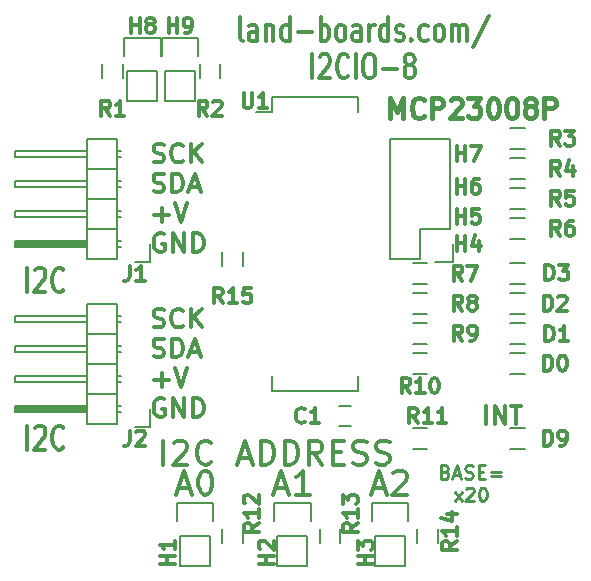
<source format=gto>
G04 #@! TF.FileFunction,Legend,Top*
%FSLAX46Y46*%
G04 Gerber Fmt 4.6, Leading zero omitted, Abs format (unit mm)*
G04 Created by KiCad (PCBNEW (after 2015-mar-04 BZR unknown)-product) date 10/12/2015 2:58:08 PM*
%MOMM*%
G01*
G04 APERTURE LIST*
%ADD10C,0.150000*%
%ADD11C,0.285750*%
%ADD12C,0.304800*%
%ADD13C,0.412750*%
G04 APERTURE END LIST*
D10*
D11*
X37700858Y-39615382D02*
X37864144Y-39669811D01*
X37918572Y-39724239D01*
X37973001Y-39833096D01*
X37973001Y-39996382D01*
X37918572Y-40105239D01*
X37864144Y-40159668D01*
X37755286Y-40214096D01*
X37319858Y-40214096D01*
X37319858Y-39071096D01*
X37700858Y-39071096D01*
X37809715Y-39125525D01*
X37864144Y-39179954D01*
X37918572Y-39288811D01*
X37918572Y-39397668D01*
X37864144Y-39506525D01*
X37809715Y-39560954D01*
X37700858Y-39615382D01*
X37319858Y-39615382D01*
X38408429Y-39887525D02*
X38952715Y-39887525D01*
X38299572Y-40214096D02*
X38680572Y-39071096D01*
X39061572Y-40214096D01*
X39388143Y-40159668D02*
X39551429Y-40214096D01*
X39823572Y-40214096D01*
X39932429Y-40159668D01*
X39986858Y-40105239D01*
X40041286Y-39996382D01*
X40041286Y-39887525D01*
X39986858Y-39778668D01*
X39932429Y-39724239D01*
X39823572Y-39669811D01*
X39605858Y-39615382D01*
X39497000Y-39560954D01*
X39442572Y-39506525D01*
X39388143Y-39397668D01*
X39388143Y-39288811D01*
X39442572Y-39179954D01*
X39497000Y-39125525D01*
X39605858Y-39071096D01*
X39878000Y-39071096D01*
X40041286Y-39125525D01*
X40531143Y-39615382D02*
X40912143Y-39615382D01*
X41075429Y-40214096D02*
X40531143Y-40214096D01*
X40531143Y-39071096D01*
X41075429Y-39071096D01*
X41565286Y-39615382D02*
X42436143Y-39615382D01*
X42436143Y-39941954D02*
X41565286Y-39941954D01*
X38490072Y-42100046D02*
X39088786Y-41338046D01*
X38490072Y-41338046D02*
X39088786Y-42100046D01*
X39469786Y-41065904D02*
X39524215Y-41011475D01*
X39633072Y-40957046D01*
X39905215Y-40957046D01*
X40014072Y-41011475D01*
X40068501Y-41065904D01*
X40122929Y-41174761D01*
X40122929Y-41283618D01*
X40068501Y-41446904D01*
X39415358Y-42100046D01*
X40122929Y-42100046D01*
X40830500Y-40957046D02*
X40939357Y-40957046D01*
X41048214Y-41011475D01*
X41102643Y-41065904D01*
X41157072Y-41174761D01*
X41211500Y-41392475D01*
X41211500Y-41664618D01*
X41157072Y-41882332D01*
X41102643Y-41991189D01*
X41048214Y-42045618D01*
X40939357Y-42100046D01*
X40830500Y-42100046D01*
X40721643Y-42045618D01*
X40667214Y-41991189D01*
X40612786Y-41882332D01*
X40558357Y-41664618D01*
X40558357Y-41392475D01*
X40612786Y-41174761D01*
X40667214Y-41065904D01*
X40721643Y-41011475D01*
X40830500Y-40957046D01*
D12*
X13836954Y-39019238D02*
X13836954Y-36987238D01*
X14707811Y-37180762D02*
X14804573Y-37084000D01*
X14998096Y-36987238D01*
X15481906Y-36987238D01*
X15675430Y-37084000D01*
X15772192Y-37180762D01*
X15868953Y-37374286D01*
X15868953Y-37567810D01*
X15772192Y-37858095D01*
X14611049Y-39019238D01*
X15868953Y-39019238D01*
X17900953Y-38825714D02*
X17804191Y-38922476D01*
X17513906Y-39019238D01*
X17320382Y-39019238D01*
X17030096Y-38922476D01*
X16836572Y-38728952D01*
X16739811Y-38535429D01*
X16643049Y-38148381D01*
X16643049Y-37858095D01*
X16739811Y-37471048D01*
X16836572Y-37277524D01*
X17030096Y-37084000D01*
X17320382Y-36987238D01*
X17513906Y-36987238D01*
X17804191Y-37084000D01*
X17900953Y-37180762D01*
X20223239Y-38438667D02*
X21190858Y-38438667D01*
X20029715Y-39019238D02*
X20707048Y-36987238D01*
X21384381Y-39019238D01*
X22061715Y-39019238D02*
X22061715Y-36987238D01*
X22545524Y-36987238D01*
X22835810Y-37084000D01*
X23029334Y-37277524D01*
X23126095Y-37471048D01*
X23222857Y-37858095D01*
X23222857Y-38148381D01*
X23126095Y-38535429D01*
X23029334Y-38728952D01*
X22835810Y-38922476D01*
X22545524Y-39019238D01*
X22061715Y-39019238D01*
X24093715Y-39019238D02*
X24093715Y-36987238D01*
X24577524Y-36987238D01*
X24867810Y-37084000D01*
X25061334Y-37277524D01*
X25158095Y-37471048D01*
X25254857Y-37858095D01*
X25254857Y-38148381D01*
X25158095Y-38535429D01*
X25061334Y-38728952D01*
X24867810Y-38922476D01*
X24577524Y-39019238D01*
X24093715Y-39019238D01*
X27286857Y-39019238D02*
X26609524Y-38051619D01*
X26125715Y-39019238D02*
X26125715Y-36987238D01*
X26899810Y-36987238D01*
X27093334Y-37084000D01*
X27190095Y-37180762D01*
X27286857Y-37374286D01*
X27286857Y-37664571D01*
X27190095Y-37858095D01*
X27093334Y-37954857D01*
X26899810Y-38051619D01*
X26125715Y-38051619D01*
X28157715Y-37954857D02*
X28835048Y-37954857D01*
X29125334Y-39019238D02*
X28157715Y-39019238D01*
X28157715Y-36987238D01*
X29125334Y-36987238D01*
X29899429Y-38922476D02*
X30189714Y-39019238D01*
X30673524Y-39019238D01*
X30867048Y-38922476D01*
X30963810Y-38825714D01*
X31060571Y-38632190D01*
X31060571Y-38438667D01*
X30963810Y-38245143D01*
X30867048Y-38148381D01*
X30673524Y-38051619D01*
X30286476Y-37954857D01*
X30092952Y-37858095D01*
X29996191Y-37761333D01*
X29899429Y-37567810D01*
X29899429Y-37374286D01*
X29996191Y-37180762D01*
X30092952Y-37084000D01*
X30286476Y-36987238D01*
X30770286Y-36987238D01*
X31060571Y-37084000D01*
X31834667Y-38922476D02*
X32124952Y-39019238D01*
X32608762Y-39019238D01*
X32802286Y-38922476D01*
X32899048Y-38825714D01*
X32995809Y-38632190D01*
X32995809Y-38438667D01*
X32899048Y-38245143D01*
X32802286Y-38148381D01*
X32608762Y-38051619D01*
X32221714Y-37954857D01*
X32028190Y-37858095D01*
X31931429Y-37761333D01*
X31834667Y-37567810D01*
X31834667Y-37374286D01*
X31931429Y-37180762D01*
X32028190Y-37084000D01*
X32221714Y-36987238D01*
X32705524Y-36987238D01*
X32995809Y-37084000D01*
X38656381Y-13274524D02*
X38656381Y-12004524D01*
X38656381Y-12609286D02*
X39382095Y-12609286D01*
X39382095Y-13274524D02*
X39382095Y-12004524D01*
X39865905Y-12004524D02*
X40712571Y-12004524D01*
X40168286Y-13274524D01*
X38656381Y-16068524D02*
X38656381Y-14798524D01*
X38656381Y-15403286D02*
X39382095Y-15403286D01*
X39382095Y-16068524D02*
X39382095Y-14798524D01*
X40531143Y-14798524D02*
X40289238Y-14798524D01*
X40168286Y-14859000D01*
X40107809Y-14919476D01*
X39986857Y-15100905D01*
X39926381Y-15342810D01*
X39926381Y-15826619D01*
X39986857Y-15947571D01*
X40047333Y-16008048D01*
X40168286Y-16068524D01*
X40410190Y-16068524D01*
X40531143Y-16008048D01*
X40591619Y-15947571D01*
X40652095Y-15826619D01*
X40652095Y-15524238D01*
X40591619Y-15403286D01*
X40531143Y-15342810D01*
X40410190Y-15282333D01*
X40168286Y-15282333D01*
X40047333Y-15342810D01*
X39986857Y-15403286D01*
X39926381Y-15524238D01*
X38656381Y-18608524D02*
X38656381Y-17338524D01*
X38656381Y-17943286D02*
X39382095Y-17943286D01*
X39382095Y-18608524D02*
X39382095Y-17338524D01*
X40591619Y-17338524D02*
X39986857Y-17338524D01*
X39926381Y-17943286D01*
X39986857Y-17882810D01*
X40107809Y-17822333D01*
X40410190Y-17822333D01*
X40531143Y-17882810D01*
X40591619Y-17943286D01*
X40652095Y-18064238D01*
X40652095Y-18366619D01*
X40591619Y-18487571D01*
X40531143Y-18548048D01*
X40410190Y-18608524D01*
X40107809Y-18608524D01*
X39986857Y-18548048D01*
X39926381Y-18487571D01*
X41166143Y-35614429D02*
X41166143Y-34090429D01*
X41891857Y-35614429D02*
X41891857Y-34090429D01*
X42762714Y-35614429D01*
X42762714Y-34090429D01*
X43270714Y-34090429D02*
X44141571Y-34090429D01*
X43706142Y-35614429D02*
X43706142Y-34090429D01*
X13002381Y-27331610D02*
X13229167Y-27407205D01*
X13607143Y-27407205D01*
X13758333Y-27331610D01*
X13833929Y-27256014D01*
X13909524Y-27104824D01*
X13909524Y-26953633D01*
X13833929Y-26802443D01*
X13758333Y-26726848D01*
X13607143Y-26651252D01*
X13304762Y-26575657D01*
X13153571Y-26500062D01*
X13077976Y-26424467D01*
X13002381Y-26273276D01*
X13002381Y-26122086D01*
X13077976Y-25970895D01*
X13153571Y-25895300D01*
X13304762Y-25819705D01*
X13682738Y-25819705D01*
X13909524Y-25895300D01*
X15497024Y-27256014D02*
X15421429Y-27331610D01*
X15194643Y-27407205D01*
X15043453Y-27407205D01*
X14816667Y-27331610D01*
X14665476Y-27180419D01*
X14589881Y-27029229D01*
X14514286Y-26726848D01*
X14514286Y-26500062D01*
X14589881Y-26197681D01*
X14665476Y-26046490D01*
X14816667Y-25895300D01*
X15043453Y-25819705D01*
X15194643Y-25819705D01*
X15421429Y-25895300D01*
X15497024Y-25970895D01*
X16177381Y-27407205D02*
X16177381Y-25819705D01*
X17084524Y-27407205D02*
X16404167Y-26500062D01*
X17084524Y-25819705D02*
X16177381Y-26726848D01*
X13002381Y-29858910D02*
X13229167Y-29934505D01*
X13607143Y-29934505D01*
X13758333Y-29858910D01*
X13833929Y-29783314D01*
X13909524Y-29632124D01*
X13909524Y-29480933D01*
X13833929Y-29329743D01*
X13758333Y-29254148D01*
X13607143Y-29178552D01*
X13304762Y-29102957D01*
X13153571Y-29027362D01*
X13077976Y-28951767D01*
X13002381Y-28800576D01*
X13002381Y-28649386D01*
X13077976Y-28498195D01*
X13153571Y-28422600D01*
X13304762Y-28347005D01*
X13682738Y-28347005D01*
X13909524Y-28422600D01*
X14589881Y-29934505D02*
X14589881Y-28347005D01*
X14967857Y-28347005D01*
X15194643Y-28422600D01*
X15345834Y-28573790D01*
X15421429Y-28724981D01*
X15497024Y-29027362D01*
X15497024Y-29254148D01*
X15421429Y-29556529D01*
X15345834Y-29707719D01*
X15194643Y-29858910D01*
X14967857Y-29934505D01*
X14589881Y-29934505D01*
X16101786Y-29480933D02*
X16857738Y-29480933D01*
X15950595Y-29934505D02*
X16479762Y-28347005D01*
X17008929Y-29934505D01*
X13077976Y-31857043D02*
X14287500Y-31857043D01*
X13682738Y-32461805D02*
X13682738Y-31252281D01*
X14816666Y-30874305D02*
X15345833Y-32461805D01*
X15875000Y-30874305D01*
X13909524Y-33477200D02*
X13758333Y-33401605D01*
X13531548Y-33401605D01*
X13304762Y-33477200D01*
X13153571Y-33628390D01*
X13077976Y-33779581D01*
X13002381Y-34081962D01*
X13002381Y-34308748D01*
X13077976Y-34611129D01*
X13153571Y-34762319D01*
X13304762Y-34913510D01*
X13531548Y-34989105D01*
X13682738Y-34989105D01*
X13909524Y-34913510D01*
X13985119Y-34837914D01*
X13985119Y-34308748D01*
X13682738Y-34308748D01*
X14665476Y-34989105D02*
X14665476Y-33401605D01*
X15572619Y-34989105D01*
X15572619Y-33401605D01*
X16328571Y-34989105D02*
X16328571Y-33401605D01*
X16706547Y-33401605D01*
X16933333Y-33477200D01*
X17084524Y-33628390D01*
X17160119Y-33779581D01*
X17235714Y-34081962D01*
X17235714Y-34308748D01*
X17160119Y-34611129D01*
X17084524Y-34762319D01*
X16933333Y-34913510D01*
X16706547Y-34989105D01*
X16328571Y-34989105D01*
X13002381Y-13361610D02*
X13229167Y-13437205D01*
X13607143Y-13437205D01*
X13758333Y-13361610D01*
X13833929Y-13286014D01*
X13909524Y-13134824D01*
X13909524Y-12983633D01*
X13833929Y-12832443D01*
X13758333Y-12756848D01*
X13607143Y-12681252D01*
X13304762Y-12605657D01*
X13153571Y-12530062D01*
X13077976Y-12454467D01*
X13002381Y-12303276D01*
X13002381Y-12152086D01*
X13077976Y-12000895D01*
X13153571Y-11925300D01*
X13304762Y-11849705D01*
X13682738Y-11849705D01*
X13909524Y-11925300D01*
X15497024Y-13286014D02*
X15421429Y-13361610D01*
X15194643Y-13437205D01*
X15043453Y-13437205D01*
X14816667Y-13361610D01*
X14665476Y-13210419D01*
X14589881Y-13059229D01*
X14514286Y-12756848D01*
X14514286Y-12530062D01*
X14589881Y-12227681D01*
X14665476Y-12076490D01*
X14816667Y-11925300D01*
X15043453Y-11849705D01*
X15194643Y-11849705D01*
X15421429Y-11925300D01*
X15497024Y-12000895D01*
X16177381Y-13437205D02*
X16177381Y-11849705D01*
X17084524Y-13437205D02*
X16404167Y-12530062D01*
X17084524Y-11849705D02*
X16177381Y-12756848D01*
X13002381Y-15888910D02*
X13229167Y-15964505D01*
X13607143Y-15964505D01*
X13758333Y-15888910D01*
X13833929Y-15813314D01*
X13909524Y-15662124D01*
X13909524Y-15510933D01*
X13833929Y-15359743D01*
X13758333Y-15284148D01*
X13607143Y-15208552D01*
X13304762Y-15132957D01*
X13153571Y-15057362D01*
X13077976Y-14981767D01*
X13002381Y-14830576D01*
X13002381Y-14679386D01*
X13077976Y-14528195D01*
X13153571Y-14452600D01*
X13304762Y-14377005D01*
X13682738Y-14377005D01*
X13909524Y-14452600D01*
X14589881Y-15964505D02*
X14589881Y-14377005D01*
X14967857Y-14377005D01*
X15194643Y-14452600D01*
X15345834Y-14603790D01*
X15421429Y-14754981D01*
X15497024Y-15057362D01*
X15497024Y-15284148D01*
X15421429Y-15586529D01*
X15345834Y-15737719D01*
X15194643Y-15888910D01*
X14967857Y-15964505D01*
X14589881Y-15964505D01*
X16101786Y-15510933D02*
X16857738Y-15510933D01*
X15950595Y-15964505D02*
X16479762Y-14377005D01*
X17008929Y-15964505D01*
X13077976Y-17887043D02*
X14287500Y-17887043D01*
X13682738Y-18491805D02*
X13682738Y-17282281D01*
X14816666Y-16904305D02*
X15345833Y-18491805D01*
X15875000Y-16904305D01*
X13909524Y-19507200D02*
X13758333Y-19431605D01*
X13531548Y-19431605D01*
X13304762Y-19507200D01*
X13153571Y-19658390D01*
X13077976Y-19809581D01*
X13002381Y-20111962D01*
X13002381Y-20338748D01*
X13077976Y-20641129D01*
X13153571Y-20792319D01*
X13304762Y-20943510D01*
X13531548Y-21019105D01*
X13682738Y-21019105D01*
X13909524Y-20943510D01*
X13985119Y-20867914D01*
X13985119Y-20338748D01*
X13682738Y-20338748D01*
X14665476Y-21019105D02*
X14665476Y-19431605D01*
X15572619Y-21019105D01*
X15572619Y-19431605D01*
X16328571Y-21019105D02*
X16328571Y-19431605D01*
X16706547Y-19431605D01*
X16933333Y-19507200D01*
X17084524Y-19658390D01*
X17160119Y-19809581D01*
X17235714Y-20111962D01*
X17235714Y-20338748D01*
X17160119Y-20641129D01*
X17084524Y-20792319D01*
X16933333Y-20943510D01*
X16706547Y-21019105D01*
X16328571Y-21019105D01*
X20537715Y-3154438D02*
X20392573Y-3057676D01*
X20320001Y-2864152D01*
X20320001Y-1122438D01*
X21771430Y-3154438D02*
X21771430Y-2090057D01*
X21698859Y-1896533D01*
X21553716Y-1799771D01*
X21263430Y-1799771D01*
X21118287Y-1896533D01*
X21771430Y-3057676D02*
X21626287Y-3154438D01*
X21263430Y-3154438D01*
X21118287Y-3057676D01*
X21045716Y-2864152D01*
X21045716Y-2670629D01*
X21118287Y-2477105D01*
X21263430Y-2380343D01*
X21626287Y-2380343D01*
X21771430Y-2283581D01*
X22497144Y-1799771D02*
X22497144Y-3154438D01*
X22497144Y-1993295D02*
X22569716Y-1896533D01*
X22714858Y-1799771D01*
X22932573Y-1799771D01*
X23077716Y-1896533D01*
X23150287Y-2090057D01*
X23150287Y-3154438D01*
X24529144Y-3154438D02*
X24529144Y-1122438D01*
X24529144Y-3057676D02*
X24384001Y-3154438D01*
X24093715Y-3154438D01*
X23948573Y-3057676D01*
X23876001Y-2960914D01*
X23803430Y-2767390D01*
X23803430Y-2186819D01*
X23876001Y-1993295D01*
X23948573Y-1896533D01*
X24093715Y-1799771D01*
X24384001Y-1799771D01*
X24529144Y-1896533D01*
X25254858Y-2380343D02*
X26416001Y-2380343D01*
X27141715Y-3154438D02*
X27141715Y-1122438D01*
X27141715Y-1896533D02*
X27286858Y-1799771D01*
X27577144Y-1799771D01*
X27722287Y-1896533D01*
X27794858Y-1993295D01*
X27867429Y-2186819D01*
X27867429Y-2767390D01*
X27794858Y-2960914D01*
X27722287Y-3057676D01*
X27577144Y-3154438D01*
X27286858Y-3154438D01*
X27141715Y-3057676D01*
X28738286Y-3154438D02*
X28593144Y-3057676D01*
X28520572Y-2960914D01*
X28448001Y-2767390D01*
X28448001Y-2186819D01*
X28520572Y-1993295D01*
X28593144Y-1896533D01*
X28738286Y-1799771D01*
X28956001Y-1799771D01*
X29101144Y-1896533D01*
X29173715Y-1993295D01*
X29246286Y-2186819D01*
X29246286Y-2767390D01*
X29173715Y-2960914D01*
X29101144Y-3057676D01*
X28956001Y-3154438D01*
X28738286Y-3154438D01*
X30552572Y-3154438D02*
X30552572Y-2090057D01*
X30480001Y-1896533D01*
X30334858Y-1799771D01*
X30044572Y-1799771D01*
X29899429Y-1896533D01*
X30552572Y-3057676D02*
X30407429Y-3154438D01*
X30044572Y-3154438D01*
X29899429Y-3057676D01*
X29826858Y-2864152D01*
X29826858Y-2670629D01*
X29899429Y-2477105D01*
X30044572Y-2380343D01*
X30407429Y-2380343D01*
X30552572Y-2283581D01*
X31278286Y-3154438D02*
X31278286Y-1799771D01*
X31278286Y-2186819D02*
X31350858Y-1993295D01*
X31423429Y-1896533D01*
X31568572Y-1799771D01*
X31713715Y-1799771D01*
X32874858Y-3154438D02*
X32874858Y-1122438D01*
X32874858Y-3057676D02*
X32729715Y-3154438D01*
X32439429Y-3154438D01*
X32294287Y-3057676D01*
X32221715Y-2960914D01*
X32149144Y-2767390D01*
X32149144Y-2186819D01*
X32221715Y-1993295D01*
X32294287Y-1896533D01*
X32439429Y-1799771D01*
X32729715Y-1799771D01*
X32874858Y-1896533D01*
X33528001Y-3057676D02*
X33673144Y-3154438D01*
X33963429Y-3154438D01*
X34108572Y-3057676D01*
X34181144Y-2864152D01*
X34181144Y-2767390D01*
X34108572Y-2573867D01*
X33963429Y-2477105D01*
X33745715Y-2477105D01*
X33600572Y-2380343D01*
X33528001Y-2186819D01*
X33528001Y-2090057D01*
X33600572Y-1896533D01*
X33745715Y-1799771D01*
X33963429Y-1799771D01*
X34108572Y-1896533D01*
X34834286Y-2960914D02*
X34906858Y-3057676D01*
X34834286Y-3154438D01*
X34761715Y-3057676D01*
X34834286Y-2960914D01*
X34834286Y-3154438D01*
X36213143Y-3057676D02*
X36068000Y-3154438D01*
X35777714Y-3154438D01*
X35632572Y-3057676D01*
X35560000Y-2960914D01*
X35487429Y-2767390D01*
X35487429Y-2186819D01*
X35560000Y-1993295D01*
X35632572Y-1896533D01*
X35777714Y-1799771D01*
X36068000Y-1799771D01*
X36213143Y-1896533D01*
X37084000Y-3154438D02*
X36938858Y-3057676D01*
X36866286Y-2960914D01*
X36793715Y-2767390D01*
X36793715Y-2186819D01*
X36866286Y-1993295D01*
X36938858Y-1896533D01*
X37084000Y-1799771D01*
X37301715Y-1799771D01*
X37446858Y-1896533D01*
X37519429Y-1993295D01*
X37592000Y-2186819D01*
X37592000Y-2767390D01*
X37519429Y-2960914D01*
X37446858Y-3057676D01*
X37301715Y-3154438D01*
X37084000Y-3154438D01*
X38245143Y-3154438D02*
X38245143Y-1799771D01*
X38245143Y-1993295D02*
X38317715Y-1896533D01*
X38462857Y-1799771D01*
X38680572Y-1799771D01*
X38825715Y-1896533D01*
X38898286Y-2090057D01*
X38898286Y-3154438D01*
X38898286Y-2090057D02*
X38970857Y-1896533D01*
X39116000Y-1799771D01*
X39333715Y-1799771D01*
X39478857Y-1896533D01*
X39551429Y-2090057D01*
X39551429Y-3154438D01*
X41365715Y-1025676D02*
X40059429Y-3638248D01*
X26416000Y-6304038D02*
X26416000Y-4272038D01*
X27069143Y-4465562D02*
X27141714Y-4368800D01*
X27286857Y-4272038D01*
X27649714Y-4272038D01*
X27794857Y-4368800D01*
X27867428Y-4465562D01*
X27940000Y-4659086D01*
X27940000Y-4852610D01*
X27867428Y-5142895D01*
X26996571Y-6304038D01*
X27940000Y-6304038D01*
X29464000Y-6110514D02*
X29391429Y-6207276D01*
X29173715Y-6304038D01*
X29028572Y-6304038D01*
X28810857Y-6207276D01*
X28665715Y-6013752D01*
X28593143Y-5820229D01*
X28520572Y-5433181D01*
X28520572Y-5142895D01*
X28593143Y-4755848D01*
X28665715Y-4562324D01*
X28810857Y-4368800D01*
X29028572Y-4272038D01*
X29173715Y-4272038D01*
X29391429Y-4368800D01*
X29464000Y-4465562D01*
X30117143Y-6304038D02*
X30117143Y-4272038D01*
X31133143Y-4272038D02*
X31423429Y-4272038D01*
X31568571Y-4368800D01*
X31713714Y-4562324D01*
X31786286Y-4949371D01*
X31786286Y-5626705D01*
X31713714Y-6013752D01*
X31568571Y-6207276D01*
X31423429Y-6304038D01*
X31133143Y-6304038D01*
X30988000Y-6207276D01*
X30842857Y-6013752D01*
X30770286Y-5626705D01*
X30770286Y-4949371D01*
X30842857Y-4562324D01*
X30988000Y-4368800D01*
X31133143Y-4272038D01*
X32439428Y-5529943D02*
X33600571Y-5529943D01*
X34543999Y-5142895D02*
X34398857Y-5046133D01*
X34326285Y-4949371D01*
X34253714Y-4755848D01*
X34253714Y-4659086D01*
X34326285Y-4465562D01*
X34398857Y-4368800D01*
X34543999Y-4272038D01*
X34834285Y-4272038D01*
X34979428Y-4368800D01*
X35051999Y-4465562D01*
X35124571Y-4659086D01*
X35124571Y-4755848D01*
X35051999Y-4949371D01*
X34979428Y-5046133D01*
X34834285Y-5142895D01*
X34543999Y-5142895D01*
X34398857Y-5239657D01*
X34326285Y-5336419D01*
X34253714Y-5529943D01*
X34253714Y-5916990D01*
X34326285Y-6110514D01*
X34398857Y-6207276D01*
X34543999Y-6304038D01*
X34834285Y-6304038D01*
X34979428Y-6207276D01*
X35051999Y-6110514D01*
X35124571Y-5916990D01*
X35124571Y-5529943D01*
X35051999Y-5336419D01*
X34979428Y-5239657D01*
X34834285Y-5142895D01*
D13*
X33047214Y-9636881D02*
X33047214Y-7985881D01*
X33597548Y-9165167D01*
X34147881Y-7985881D01*
X34147881Y-9636881D01*
X35877500Y-9479643D02*
X35798881Y-9558262D01*
X35563024Y-9636881D01*
X35405786Y-9636881D01*
X35169928Y-9558262D01*
X35012690Y-9401024D01*
X34934071Y-9243786D01*
X34855452Y-8929310D01*
X34855452Y-8693452D01*
X34934071Y-8378976D01*
X35012690Y-8221738D01*
X35169928Y-8064500D01*
X35405786Y-7985881D01*
X35563024Y-7985881D01*
X35798881Y-8064500D01*
X35877500Y-8143119D01*
X36585071Y-9636881D02*
X36585071Y-7985881D01*
X37214024Y-7985881D01*
X37371262Y-8064500D01*
X37449881Y-8143119D01*
X37528500Y-8300357D01*
X37528500Y-8536214D01*
X37449881Y-8693452D01*
X37371262Y-8772071D01*
X37214024Y-8850690D01*
X36585071Y-8850690D01*
X38157452Y-8143119D02*
X38236071Y-8064500D01*
X38393309Y-7985881D01*
X38786405Y-7985881D01*
X38943643Y-8064500D01*
X39022262Y-8143119D01*
X39100881Y-8300357D01*
X39100881Y-8457595D01*
X39022262Y-8693452D01*
X38078833Y-9636881D01*
X39100881Y-9636881D01*
X39651214Y-7985881D02*
X40673262Y-7985881D01*
X40122928Y-8614833D01*
X40358786Y-8614833D01*
X40516024Y-8693452D01*
X40594643Y-8772071D01*
X40673262Y-8929310D01*
X40673262Y-9322405D01*
X40594643Y-9479643D01*
X40516024Y-9558262D01*
X40358786Y-9636881D01*
X39887071Y-9636881D01*
X39729833Y-9558262D01*
X39651214Y-9479643D01*
X41695309Y-7985881D02*
X41852548Y-7985881D01*
X42009786Y-8064500D01*
X42088405Y-8143119D01*
X42167024Y-8300357D01*
X42245643Y-8614833D01*
X42245643Y-9007929D01*
X42167024Y-9322405D01*
X42088405Y-9479643D01*
X42009786Y-9558262D01*
X41852548Y-9636881D01*
X41695309Y-9636881D01*
X41538071Y-9558262D01*
X41459452Y-9479643D01*
X41380833Y-9322405D01*
X41302214Y-9007929D01*
X41302214Y-8614833D01*
X41380833Y-8300357D01*
X41459452Y-8143119D01*
X41538071Y-8064500D01*
X41695309Y-7985881D01*
X43267690Y-7985881D02*
X43424929Y-7985881D01*
X43582167Y-8064500D01*
X43660786Y-8143119D01*
X43739405Y-8300357D01*
X43818024Y-8614833D01*
X43818024Y-9007929D01*
X43739405Y-9322405D01*
X43660786Y-9479643D01*
X43582167Y-9558262D01*
X43424929Y-9636881D01*
X43267690Y-9636881D01*
X43110452Y-9558262D01*
X43031833Y-9479643D01*
X42953214Y-9322405D01*
X42874595Y-9007929D01*
X42874595Y-8614833D01*
X42953214Y-8300357D01*
X43031833Y-8143119D01*
X43110452Y-8064500D01*
X43267690Y-7985881D01*
X44761452Y-8693452D02*
X44604214Y-8614833D01*
X44525595Y-8536214D01*
X44446976Y-8378976D01*
X44446976Y-8300357D01*
X44525595Y-8143119D01*
X44604214Y-8064500D01*
X44761452Y-7985881D01*
X45075929Y-7985881D01*
X45233167Y-8064500D01*
X45311786Y-8143119D01*
X45390405Y-8300357D01*
X45390405Y-8378976D01*
X45311786Y-8536214D01*
X45233167Y-8614833D01*
X45075929Y-8693452D01*
X44761452Y-8693452D01*
X44604214Y-8772071D01*
X44525595Y-8850690D01*
X44446976Y-9007929D01*
X44446976Y-9322405D01*
X44525595Y-9479643D01*
X44604214Y-9558262D01*
X44761452Y-9636881D01*
X45075929Y-9636881D01*
X45233167Y-9558262D01*
X45311786Y-9479643D01*
X45390405Y-9322405D01*
X45390405Y-9007929D01*
X45311786Y-8850690D01*
X45233167Y-8772071D01*
X45075929Y-8693452D01*
X46097976Y-9636881D02*
X46097976Y-7985881D01*
X46726929Y-7985881D01*
X46884167Y-8064500D01*
X46962786Y-8143119D01*
X47041405Y-8300357D01*
X47041405Y-8536214D01*
X46962786Y-8693452D01*
X46884167Y-8772071D01*
X46726929Y-8850690D01*
X46097976Y-8850690D01*
D12*
X2322286Y-24414238D02*
X2322286Y-22382238D01*
X2975429Y-22575762D02*
X3048000Y-22479000D01*
X3193143Y-22382238D01*
X3556000Y-22382238D01*
X3701143Y-22479000D01*
X3773714Y-22575762D01*
X3846286Y-22769286D01*
X3846286Y-22962810D01*
X3773714Y-23253095D01*
X2902857Y-24414238D01*
X3846286Y-24414238D01*
X5370286Y-24220714D02*
X5297715Y-24317476D01*
X5080001Y-24414238D01*
X4934858Y-24414238D01*
X4717143Y-24317476D01*
X4572001Y-24123952D01*
X4499429Y-23930429D01*
X4426858Y-23543381D01*
X4426858Y-23253095D01*
X4499429Y-22866048D01*
X4572001Y-22672524D01*
X4717143Y-22479000D01*
X4934858Y-22382238D01*
X5080001Y-22382238D01*
X5297715Y-22479000D01*
X5370286Y-22575762D01*
X2322286Y-37749238D02*
X2322286Y-35717238D01*
X2975429Y-35910762D02*
X3048000Y-35814000D01*
X3193143Y-35717238D01*
X3556000Y-35717238D01*
X3701143Y-35814000D01*
X3773714Y-35910762D01*
X3846286Y-36104286D01*
X3846286Y-36297810D01*
X3773714Y-36588095D01*
X2902857Y-37749238D01*
X3846286Y-37749238D01*
X5370286Y-37555714D02*
X5297715Y-37652476D01*
X5080001Y-37749238D01*
X4934858Y-37749238D01*
X4717143Y-37652476D01*
X4572001Y-37458952D01*
X4499429Y-37265429D01*
X4426858Y-36878381D01*
X4426858Y-36588095D01*
X4499429Y-36201048D01*
X4572001Y-36007524D01*
X4717143Y-35814000D01*
X4934858Y-35717238D01*
X5080001Y-35717238D01*
X5297715Y-35814000D01*
X5370286Y-35910762D01*
X31568572Y-40978667D02*
X32536191Y-40978667D01*
X31375048Y-41559238D02*
X32052381Y-39527238D01*
X32729714Y-41559238D01*
X33310286Y-39720762D02*
X33407048Y-39624000D01*
X33600571Y-39527238D01*
X34084381Y-39527238D01*
X34277905Y-39624000D01*
X34374667Y-39720762D01*
X34471428Y-39914286D01*
X34471428Y-40107810D01*
X34374667Y-40398095D01*
X33213524Y-41559238D01*
X34471428Y-41559238D01*
X23313572Y-40978667D02*
X24281191Y-40978667D01*
X23120048Y-41559238D02*
X23797381Y-39527238D01*
X24474714Y-41559238D01*
X26216428Y-41559238D02*
X25055286Y-41559238D01*
X25635857Y-41559238D02*
X25635857Y-39527238D01*
X25442333Y-39817524D01*
X25248809Y-40011048D01*
X25055286Y-40107810D01*
X15058572Y-40978667D02*
X16026191Y-40978667D01*
X14865048Y-41559238D02*
X15542381Y-39527238D01*
X16219714Y-41559238D01*
X17284095Y-39527238D02*
X17477619Y-39527238D01*
X17671143Y-39624000D01*
X17767905Y-39720762D01*
X17864667Y-39914286D01*
X17961428Y-40301333D01*
X17961428Y-40785143D01*
X17864667Y-41172190D01*
X17767905Y-41365714D01*
X17671143Y-41462476D01*
X17477619Y-41559238D01*
X17284095Y-41559238D01*
X17090571Y-41462476D01*
X16993809Y-41365714D01*
X16897048Y-41172190D01*
X16800286Y-40785143D01*
X16800286Y-40301333D01*
X16897048Y-39914286D01*
X16993809Y-39720762D01*
X17090571Y-39624000D01*
X17284095Y-39527238D01*
D10*
X22995000Y-7865000D02*
X22995000Y-9135000D01*
X30345000Y-7865000D02*
X30345000Y-9135000D01*
X30345000Y-32775000D02*
X30345000Y-31505000D01*
X22995000Y-32775000D02*
X22995000Y-31505000D01*
X22995000Y-7865000D02*
X30345000Y-7865000D01*
X22995000Y-32775000D02*
X30345000Y-32775000D01*
X22995000Y-9135000D02*
X21710000Y-9135000D01*
X44415000Y-37705000D02*
X43215000Y-37705000D01*
X43215000Y-35955000D02*
X44415000Y-35955000D01*
X44415000Y-23735000D02*
X43215000Y-23735000D01*
X43215000Y-21985000D02*
X44415000Y-21985000D01*
X44415000Y-26275000D02*
X43215000Y-26275000D01*
X43215000Y-24525000D02*
X44415000Y-24525000D01*
X44415000Y-28815000D02*
X43215000Y-28815000D01*
X43215000Y-27065000D02*
X44415000Y-27065000D01*
X44415000Y-31355000D02*
X43215000Y-31355000D01*
X43215000Y-29605000D02*
X44415000Y-29605000D01*
X34290000Y-45085000D02*
X34290000Y-47625000D01*
X34570000Y-42265000D02*
X34570000Y-43815000D01*
X34290000Y-45085000D02*
X31750000Y-45085000D01*
X31470000Y-43815000D02*
X31470000Y-42265000D01*
X31470000Y-42265000D02*
X34570000Y-42265000D01*
X31750000Y-45085000D02*
X31750000Y-47625000D01*
X31750000Y-47625000D02*
X34290000Y-47625000D01*
X20560000Y-44485000D02*
X20560000Y-45685000D01*
X18810000Y-45685000D02*
X18810000Y-44485000D01*
X28815000Y-44485000D02*
X28815000Y-45685000D01*
X27065000Y-45685000D02*
X27065000Y-44485000D01*
X37070000Y-44485000D02*
X37070000Y-45685000D01*
X35320000Y-45685000D02*
X35320000Y-44485000D01*
X10400000Y-5115000D02*
X10400000Y-6315000D01*
X8650000Y-6315000D02*
X8650000Y-5115000D01*
X18655000Y-5115000D02*
X18655000Y-6315000D01*
X16905000Y-6315000D02*
X16905000Y-5115000D01*
X34960000Y-35955000D02*
X36160000Y-35955000D01*
X36160000Y-37705000D02*
X34960000Y-37705000D01*
X44415000Y-12305000D02*
X43215000Y-12305000D01*
X43215000Y-10555000D02*
X44415000Y-10555000D01*
X44415000Y-14845000D02*
X43215000Y-14845000D01*
X43215000Y-13095000D02*
X44415000Y-13095000D01*
X44415000Y-17385000D02*
X43215000Y-17385000D01*
X43215000Y-15635000D02*
X44415000Y-15635000D01*
X44415000Y-19925000D02*
X43215000Y-19925000D01*
X43215000Y-18175000D02*
X44415000Y-18175000D01*
X34960000Y-21985000D02*
X36160000Y-21985000D01*
X36160000Y-23735000D02*
X34960000Y-23735000D01*
X34960000Y-24525000D02*
X36160000Y-24525000D01*
X36160000Y-26275000D02*
X34960000Y-26275000D01*
X34960000Y-27065000D02*
X36160000Y-27065000D01*
X36160000Y-28815000D02*
X34960000Y-28815000D01*
X34960000Y-29605000D02*
X36160000Y-29605000D01*
X36160000Y-31355000D02*
X34960000Y-31355000D01*
X18810000Y-22190000D02*
X18810000Y-20990000D01*
X20560000Y-20990000D02*
X20560000Y-22190000D01*
X29710000Y-34075000D02*
X28710000Y-34075000D01*
X28710000Y-35775000D02*
X29710000Y-35775000D01*
X12730000Y-21870000D02*
X12730000Y-20320000D01*
X11430000Y-21870000D02*
X12730000Y-21870000D01*
X7239000Y-20447000D02*
X1397000Y-20447000D01*
X1397000Y-20447000D02*
X1397000Y-20193000D01*
X1397000Y-20193000D02*
X7239000Y-20193000D01*
X7239000Y-20193000D02*
X7239000Y-20320000D01*
X7239000Y-20320000D02*
X1397000Y-20320000D01*
X9906000Y-20574000D02*
X10287000Y-20574000D01*
X9906000Y-20066000D02*
X10287000Y-20066000D01*
X9906000Y-18034000D02*
X10287000Y-18034000D01*
X9906000Y-17526000D02*
X10287000Y-17526000D01*
X9906000Y-15494000D02*
X10287000Y-15494000D01*
X9906000Y-14986000D02*
X10287000Y-14986000D01*
X9906000Y-12446000D02*
X10287000Y-12446000D01*
X9906000Y-12954000D02*
X10287000Y-12954000D01*
X9906000Y-21590000D02*
X7366000Y-21590000D01*
X9906000Y-19050000D02*
X7366000Y-19050000D01*
X9906000Y-19050000D02*
X9906000Y-16510000D01*
X9906000Y-16510000D02*
X7366000Y-16510000D01*
X7366000Y-18034000D02*
X1270000Y-18034000D01*
X1270000Y-18034000D02*
X1270000Y-17526000D01*
X1270000Y-17526000D02*
X7366000Y-17526000D01*
X7366000Y-16510000D02*
X7366000Y-19050000D01*
X7366000Y-19050000D02*
X7366000Y-21590000D01*
X1270000Y-20066000D02*
X7366000Y-20066000D01*
X1270000Y-20574000D02*
X1270000Y-20066000D01*
X7366000Y-20574000D02*
X1270000Y-20574000D01*
X9906000Y-19050000D02*
X7366000Y-19050000D01*
X9906000Y-21590000D02*
X9906000Y-19050000D01*
X9906000Y-13970000D02*
X7366000Y-13970000D01*
X9906000Y-13970000D02*
X9906000Y-11430000D01*
X9906000Y-11430000D02*
X7366000Y-11430000D01*
X7366000Y-12954000D02*
X1270000Y-12954000D01*
X1270000Y-12954000D02*
X1270000Y-12446000D01*
X1270000Y-12446000D02*
X7366000Y-12446000D01*
X7366000Y-11430000D02*
X7366000Y-13970000D01*
X7366000Y-13970000D02*
X7366000Y-16510000D01*
X1270000Y-14986000D02*
X7366000Y-14986000D01*
X1270000Y-15494000D02*
X1270000Y-14986000D01*
X7366000Y-15494000D02*
X1270000Y-15494000D01*
X9906000Y-13970000D02*
X7366000Y-13970000D01*
X9906000Y-16510000D02*
X9906000Y-13970000D01*
X9906000Y-16510000D02*
X7366000Y-16510000D01*
X12730000Y-35840000D02*
X12730000Y-34290000D01*
X11430000Y-35840000D02*
X12730000Y-35840000D01*
X7239000Y-34417000D02*
X1397000Y-34417000D01*
X1397000Y-34417000D02*
X1397000Y-34163000D01*
X1397000Y-34163000D02*
X7239000Y-34163000D01*
X7239000Y-34163000D02*
X7239000Y-34290000D01*
X7239000Y-34290000D02*
X1397000Y-34290000D01*
X9906000Y-34544000D02*
X10287000Y-34544000D01*
X9906000Y-34036000D02*
X10287000Y-34036000D01*
X9906000Y-32004000D02*
X10287000Y-32004000D01*
X9906000Y-31496000D02*
X10287000Y-31496000D01*
X9906000Y-29464000D02*
X10287000Y-29464000D01*
X9906000Y-28956000D02*
X10287000Y-28956000D01*
X9906000Y-26416000D02*
X10287000Y-26416000D01*
X9906000Y-26924000D02*
X10287000Y-26924000D01*
X9906000Y-35560000D02*
X7366000Y-35560000D01*
X9906000Y-33020000D02*
X7366000Y-33020000D01*
X9906000Y-33020000D02*
X9906000Y-30480000D01*
X9906000Y-30480000D02*
X7366000Y-30480000D01*
X7366000Y-32004000D02*
X1270000Y-32004000D01*
X1270000Y-32004000D02*
X1270000Y-31496000D01*
X1270000Y-31496000D02*
X7366000Y-31496000D01*
X7366000Y-30480000D02*
X7366000Y-33020000D01*
X7366000Y-33020000D02*
X7366000Y-35560000D01*
X1270000Y-34036000D02*
X7366000Y-34036000D01*
X1270000Y-34544000D02*
X1270000Y-34036000D01*
X7366000Y-34544000D02*
X1270000Y-34544000D01*
X9906000Y-33020000D02*
X7366000Y-33020000D01*
X9906000Y-35560000D02*
X9906000Y-33020000D01*
X9906000Y-27940000D02*
X7366000Y-27940000D01*
X9906000Y-27940000D02*
X9906000Y-25400000D01*
X9906000Y-25400000D02*
X7366000Y-25400000D01*
X7366000Y-26924000D02*
X1270000Y-26924000D01*
X1270000Y-26924000D02*
X1270000Y-26416000D01*
X1270000Y-26416000D02*
X7366000Y-26416000D01*
X7366000Y-25400000D02*
X7366000Y-27940000D01*
X7366000Y-27940000D02*
X7366000Y-30480000D01*
X1270000Y-28956000D02*
X7366000Y-28956000D01*
X1270000Y-29464000D02*
X1270000Y-28956000D01*
X7366000Y-29464000D02*
X1270000Y-29464000D01*
X9906000Y-27940000D02*
X7366000Y-27940000D01*
X9906000Y-30480000D02*
X9906000Y-27940000D01*
X9906000Y-30480000D02*
X7366000Y-30480000D01*
X17780000Y-45085000D02*
X17780000Y-47625000D01*
X18060000Y-42265000D02*
X18060000Y-43815000D01*
X17780000Y-45085000D02*
X15240000Y-45085000D01*
X14960000Y-43815000D02*
X14960000Y-42265000D01*
X14960000Y-42265000D02*
X18060000Y-42265000D01*
X15240000Y-45085000D02*
X15240000Y-47625000D01*
X15240000Y-47625000D02*
X17780000Y-47625000D01*
X26035000Y-45085000D02*
X26035000Y-47625000D01*
X26315000Y-42265000D02*
X26315000Y-43815000D01*
X26035000Y-45085000D02*
X23495000Y-45085000D01*
X23215000Y-43815000D02*
X23215000Y-42265000D01*
X23215000Y-42265000D02*
X26315000Y-42265000D01*
X23495000Y-45085000D02*
X23495000Y-47625000D01*
X23495000Y-47625000D02*
X26035000Y-47625000D01*
X13335000Y-5715000D02*
X13335000Y-8255000D01*
X13615000Y-2895000D02*
X13615000Y-4445000D01*
X13335000Y-5715000D02*
X10795000Y-5715000D01*
X10515000Y-4445000D02*
X10515000Y-2895000D01*
X10515000Y-2895000D02*
X13615000Y-2895000D01*
X10795000Y-5715000D02*
X10795000Y-8255000D01*
X10795000Y-8255000D02*
X13335000Y-8255000D01*
X16510000Y-5715000D02*
X16510000Y-8255000D01*
X16790000Y-2895000D02*
X16790000Y-4445000D01*
X16510000Y-5715000D02*
X13970000Y-5715000D01*
X13690000Y-4445000D02*
X13690000Y-2895000D01*
X13690000Y-2895000D02*
X16790000Y-2895000D01*
X13970000Y-5715000D02*
X13970000Y-8255000D01*
X13970000Y-8255000D02*
X16510000Y-8255000D01*
X38100000Y-19050000D02*
X38100000Y-11430000D01*
X38100000Y-11430000D02*
X33020000Y-11430000D01*
X33020000Y-11430000D02*
X33020000Y-21590000D01*
X33020000Y-21590000D02*
X35560000Y-21590000D01*
X36830000Y-21870000D02*
X38380000Y-21870000D01*
X35560000Y-21590000D02*
X35560000Y-19050000D01*
X35560000Y-19050000D02*
X38100000Y-19050000D01*
X38380000Y-21870000D02*
X38380000Y-20320000D01*
D12*
X20622381Y-7559524D02*
X20622381Y-8587619D01*
X20682857Y-8708571D01*
X20743333Y-8769048D01*
X20864286Y-8829524D01*
X21106190Y-8829524D01*
X21227143Y-8769048D01*
X21287619Y-8708571D01*
X21348095Y-8587619D01*
X21348095Y-7559524D01*
X22618095Y-8829524D02*
X21892381Y-8829524D01*
X22255238Y-8829524D02*
X22255238Y-7559524D01*
X22134286Y-7740952D01*
X22013333Y-7861905D01*
X21892381Y-7922381D01*
X46052619Y-37404524D02*
X46052619Y-36134524D01*
X46355000Y-36134524D01*
X46536428Y-36195000D01*
X46657381Y-36315952D01*
X46717857Y-36436905D01*
X46778333Y-36678810D01*
X46778333Y-36860238D01*
X46717857Y-37102143D01*
X46657381Y-37223095D01*
X46536428Y-37344048D01*
X46355000Y-37404524D01*
X46052619Y-37404524D01*
X47383095Y-37404524D02*
X47625000Y-37404524D01*
X47745952Y-37344048D01*
X47806428Y-37283571D01*
X47927381Y-37102143D01*
X47987857Y-36860238D01*
X47987857Y-36376429D01*
X47927381Y-36255476D01*
X47866905Y-36195000D01*
X47745952Y-36134524D01*
X47504048Y-36134524D01*
X47383095Y-36195000D01*
X47322619Y-36255476D01*
X47262143Y-36376429D01*
X47262143Y-36678810D01*
X47322619Y-36799762D01*
X47383095Y-36860238D01*
X47504048Y-36920714D01*
X47745952Y-36920714D01*
X47866905Y-36860238D01*
X47927381Y-36799762D01*
X47987857Y-36678810D01*
X46187619Y-23389524D02*
X46187619Y-22119524D01*
X46490000Y-22119524D01*
X46671428Y-22180000D01*
X46792381Y-22300952D01*
X46852857Y-22421905D01*
X46913333Y-22663810D01*
X46913333Y-22845238D01*
X46852857Y-23087143D01*
X46792381Y-23208095D01*
X46671428Y-23329048D01*
X46490000Y-23389524D01*
X46187619Y-23389524D01*
X47336667Y-22119524D02*
X48122857Y-22119524D01*
X47699524Y-22603333D01*
X47880952Y-22603333D01*
X48001905Y-22663810D01*
X48062381Y-22724286D01*
X48122857Y-22845238D01*
X48122857Y-23147619D01*
X48062381Y-23268571D01*
X48001905Y-23329048D01*
X47880952Y-23389524D01*
X47518095Y-23389524D01*
X47397143Y-23329048D01*
X47336667Y-23268571D01*
X46052619Y-25974524D02*
X46052619Y-24704524D01*
X46355000Y-24704524D01*
X46536428Y-24765000D01*
X46657381Y-24885952D01*
X46717857Y-25006905D01*
X46778333Y-25248810D01*
X46778333Y-25430238D01*
X46717857Y-25672143D01*
X46657381Y-25793095D01*
X46536428Y-25914048D01*
X46355000Y-25974524D01*
X46052619Y-25974524D01*
X47262143Y-24825476D02*
X47322619Y-24765000D01*
X47443571Y-24704524D01*
X47745952Y-24704524D01*
X47866905Y-24765000D01*
X47927381Y-24825476D01*
X47987857Y-24946429D01*
X47987857Y-25067381D01*
X47927381Y-25248810D01*
X47201667Y-25974524D01*
X47987857Y-25974524D01*
X46187619Y-28549524D02*
X46187619Y-27279524D01*
X46490000Y-27279524D01*
X46671428Y-27340000D01*
X46792381Y-27460952D01*
X46852857Y-27581905D01*
X46913333Y-27823810D01*
X46913333Y-28005238D01*
X46852857Y-28247143D01*
X46792381Y-28368095D01*
X46671428Y-28489048D01*
X46490000Y-28549524D01*
X46187619Y-28549524D01*
X48122857Y-28549524D02*
X47397143Y-28549524D01*
X47760000Y-28549524D02*
X47760000Y-27279524D01*
X47639048Y-27460952D01*
X47518095Y-27581905D01*
X47397143Y-27642381D01*
X46052619Y-31054524D02*
X46052619Y-29784524D01*
X46355000Y-29784524D01*
X46536428Y-29845000D01*
X46657381Y-29965952D01*
X46717857Y-30086905D01*
X46778333Y-30328810D01*
X46778333Y-30510238D01*
X46717857Y-30752143D01*
X46657381Y-30873095D01*
X46536428Y-30994048D01*
X46355000Y-31054524D01*
X46052619Y-31054524D01*
X47564524Y-29784524D02*
X47685476Y-29784524D01*
X47806428Y-29845000D01*
X47866905Y-29905476D01*
X47927381Y-30026429D01*
X47987857Y-30268333D01*
X47987857Y-30570714D01*
X47927381Y-30812619D01*
X47866905Y-30933571D01*
X47806428Y-30994048D01*
X47685476Y-31054524D01*
X47564524Y-31054524D01*
X47443571Y-30994048D01*
X47383095Y-30933571D01*
X47322619Y-30812619D01*
X47262143Y-30570714D01*
X47262143Y-30268333D01*
X47322619Y-30026429D01*
X47383095Y-29905476D01*
X47443571Y-29845000D01*
X47564524Y-29784524D01*
X31562524Y-47449619D02*
X30292524Y-47449619D01*
X30897286Y-47449619D02*
X30897286Y-46723905D01*
X31562524Y-46723905D02*
X30292524Y-46723905D01*
X30292524Y-46240095D02*
X30292524Y-45453905D01*
X30776333Y-45877238D01*
X30776333Y-45695810D01*
X30836810Y-45574857D01*
X30897286Y-45514381D01*
X31018238Y-45453905D01*
X31320619Y-45453905D01*
X31441571Y-45514381D01*
X31502048Y-45574857D01*
X31562524Y-45695810D01*
X31562524Y-46058667D01*
X31502048Y-46179619D01*
X31441571Y-46240095D01*
X21910524Y-43996429D02*
X21305762Y-44419762D01*
X21910524Y-44722143D02*
X20640524Y-44722143D01*
X20640524Y-44238334D01*
X20701000Y-44117381D01*
X20761476Y-44056905D01*
X20882429Y-43996429D01*
X21063857Y-43996429D01*
X21184810Y-44056905D01*
X21245286Y-44117381D01*
X21305762Y-44238334D01*
X21305762Y-44722143D01*
X21910524Y-42786905D02*
X21910524Y-43512619D01*
X21910524Y-43149762D02*
X20640524Y-43149762D01*
X20821952Y-43270714D01*
X20942905Y-43391667D01*
X21003381Y-43512619D01*
X20761476Y-42303095D02*
X20701000Y-42242619D01*
X20640524Y-42121667D01*
X20640524Y-41819286D01*
X20701000Y-41698333D01*
X20761476Y-41637857D01*
X20882429Y-41577381D01*
X21003381Y-41577381D01*
X21184810Y-41637857D01*
X21910524Y-42363571D01*
X21910524Y-41577381D01*
X30292524Y-43996429D02*
X29687762Y-44419762D01*
X30292524Y-44722143D02*
X29022524Y-44722143D01*
X29022524Y-44238334D01*
X29083000Y-44117381D01*
X29143476Y-44056905D01*
X29264429Y-43996429D01*
X29445857Y-43996429D01*
X29566810Y-44056905D01*
X29627286Y-44117381D01*
X29687762Y-44238334D01*
X29687762Y-44722143D01*
X30292524Y-42786905D02*
X30292524Y-43512619D01*
X30292524Y-43149762D02*
X29022524Y-43149762D01*
X29203952Y-43270714D01*
X29324905Y-43391667D01*
X29385381Y-43512619D01*
X29022524Y-42363571D02*
X29022524Y-41577381D01*
X29506333Y-42000714D01*
X29506333Y-41819286D01*
X29566810Y-41698333D01*
X29627286Y-41637857D01*
X29748238Y-41577381D01*
X30050619Y-41577381D01*
X30171571Y-41637857D01*
X30232048Y-41698333D01*
X30292524Y-41819286D01*
X30292524Y-42182143D01*
X30232048Y-42303095D01*
X30171571Y-42363571D01*
X38674524Y-45520429D02*
X38069762Y-45943762D01*
X38674524Y-46246143D02*
X37404524Y-46246143D01*
X37404524Y-45762334D01*
X37465000Y-45641381D01*
X37525476Y-45580905D01*
X37646429Y-45520429D01*
X37827857Y-45520429D01*
X37948810Y-45580905D01*
X38009286Y-45641381D01*
X38069762Y-45762334D01*
X38069762Y-46246143D01*
X38674524Y-44310905D02*
X38674524Y-45036619D01*
X38674524Y-44673762D02*
X37404524Y-44673762D01*
X37585952Y-44794714D01*
X37706905Y-44915667D01*
X37767381Y-45036619D01*
X37827857Y-43222333D02*
X38674524Y-43222333D01*
X37344048Y-43524714D02*
X38251190Y-43827095D01*
X38251190Y-43040905D01*
X9313333Y-9464524D02*
X8890000Y-8859762D01*
X8587619Y-9464524D02*
X8587619Y-8194524D01*
X9071428Y-8194524D01*
X9192381Y-8255000D01*
X9252857Y-8315476D01*
X9313333Y-8436429D01*
X9313333Y-8617857D01*
X9252857Y-8738810D01*
X9192381Y-8799286D01*
X9071428Y-8859762D01*
X8587619Y-8859762D01*
X10522857Y-9464524D02*
X9797143Y-9464524D01*
X10160000Y-9464524D02*
X10160000Y-8194524D01*
X10039048Y-8375952D01*
X9918095Y-8496905D01*
X9797143Y-8557381D01*
X17568333Y-9464524D02*
X17145000Y-8859762D01*
X16842619Y-9464524D02*
X16842619Y-8194524D01*
X17326428Y-8194524D01*
X17447381Y-8255000D01*
X17507857Y-8315476D01*
X17568333Y-8436429D01*
X17568333Y-8617857D01*
X17507857Y-8738810D01*
X17447381Y-8799286D01*
X17326428Y-8859762D01*
X16842619Y-8859762D01*
X18052143Y-8315476D02*
X18112619Y-8255000D01*
X18233571Y-8194524D01*
X18535952Y-8194524D01*
X18656905Y-8255000D01*
X18717381Y-8315476D01*
X18777857Y-8436429D01*
X18777857Y-8557381D01*
X18717381Y-8738810D01*
X17991667Y-9464524D01*
X18777857Y-9464524D01*
X35378571Y-35499524D02*
X34955238Y-34894762D01*
X34652857Y-35499524D02*
X34652857Y-34229524D01*
X35136666Y-34229524D01*
X35257619Y-34290000D01*
X35318095Y-34350476D01*
X35378571Y-34471429D01*
X35378571Y-34652857D01*
X35318095Y-34773810D01*
X35257619Y-34834286D01*
X35136666Y-34894762D01*
X34652857Y-34894762D01*
X36588095Y-35499524D02*
X35862381Y-35499524D01*
X36225238Y-35499524D02*
X36225238Y-34229524D01*
X36104286Y-34410952D01*
X35983333Y-34531905D01*
X35862381Y-34592381D01*
X37797619Y-35499524D02*
X37071905Y-35499524D01*
X37434762Y-35499524D02*
X37434762Y-34229524D01*
X37313810Y-34410952D01*
X37192857Y-34531905D01*
X37071905Y-34592381D01*
X47413333Y-12004524D02*
X46990000Y-11399762D01*
X46687619Y-12004524D02*
X46687619Y-10734524D01*
X47171428Y-10734524D01*
X47292381Y-10795000D01*
X47352857Y-10855476D01*
X47413333Y-10976429D01*
X47413333Y-11157857D01*
X47352857Y-11278810D01*
X47292381Y-11339286D01*
X47171428Y-11399762D01*
X46687619Y-11399762D01*
X47836667Y-10734524D02*
X48622857Y-10734524D01*
X48199524Y-11218333D01*
X48380952Y-11218333D01*
X48501905Y-11278810D01*
X48562381Y-11339286D01*
X48622857Y-11460238D01*
X48622857Y-11762619D01*
X48562381Y-11883571D01*
X48501905Y-11944048D01*
X48380952Y-12004524D01*
X48018095Y-12004524D01*
X47897143Y-11944048D01*
X47836667Y-11883571D01*
X47413333Y-14544524D02*
X46990000Y-13939762D01*
X46687619Y-14544524D02*
X46687619Y-13274524D01*
X47171428Y-13274524D01*
X47292381Y-13335000D01*
X47352857Y-13395476D01*
X47413333Y-13516429D01*
X47413333Y-13697857D01*
X47352857Y-13818810D01*
X47292381Y-13879286D01*
X47171428Y-13939762D01*
X46687619Y-13939762D01*
X48501905Y-13697857D02*
X48501905Y-14544524D01*
X48199524Y-13214048D02*
X47897143Y-14121190D01*
X48683333Y-14121190D01*
X47413333Y-17084524D02*
X46990000Y-16479762D01*
X46687619Y-17084524D02*
X46687619Y-15814524D01*
X47171428Y-15814524D01*
X47292381Y-15875000D01*
X47352857Y-15935476D01*
X47413333Y-16056429D01*
X47413333Y-16237857D01*
X47352857Y-16358810D01*
X47292381Y-16419286D01*
X47171428Y-16479762D01*
X46687619Y-16479762D01*
X48562381Y-15814524D02*
X47957619Y-15814524D01*
X47897143Y-16419286D01*
X47957619Y-16358810D01*
X48078571Y-16298333D01*
X48380952Y-16298333D01*
X48501905Y-16358810D01*
X48562381Y-16419286D01*
X48622857Y-16540238D01*
X48622857Y-16842619D01*
X48562381Y-16963571D01*
X48501905Y-17024048D01*
X48380952Y-17084524D01*
X48078571Y-17084524D01*
X47957619Y-17024048D01*
X47897143Y-16963571D01*
X47413333Y-19624524D02*
X46990000Y-19019762D01*
X46687619Y-19624524D02*
X46687619Y-18354524D01*
X47171428Y-18354524D01*
X47292381Y-18415000D01*
X47352857Y-18475476D01*
X47413333Y-18596429D01*
X47413333Y-18777857D01*
X47352857Y-18898810D01*
X47292381Y-18959286D01*
X47171428Y-19019762D01*
X46687619Y-19019762D01*
X48501905Y-18354524D02*
X48260000Y-18354524D01*
X48139048Y-18415000D01*
X48078571Y-18475476D01*
X47957619Y-18656905D01*
X47897143Y-18898810D01*
X47897143Y-19382619D01*
X47957619Y-19503571D01*
X48018095Y-19564048D01*
X48139048Y-19624524D01*
X48380952Y-19624524D01*
X48501905Y-19564048D01*
X48562381Y-19503571D01*
X48622857Y-19382619D01*
X48622857Y-19080238D01*
X48562381Y-18959286D01*
X48501905Y-18898810D01*
X48380952Y-18838333D01*
X48139048Y-18838333D01*
X48018095Y-18898810D01*
X47957619Y-18959286D01*
X47897143Y-19080238D01*
X39158333Y-23434524D02*
X38735000Y-22829762D01*
X38432619Y-23434524D02*
X38432619Y-22164524D01*
X38916428Y-22164524D01*
X39037381Y-22225000D01*
X39097857Y-22285476D01*
X39158333Y-22406429D01*
X39158333Y-22587857D01*
X39097857Y-22708810D01*
X39037381Y-22769286D01*
X38916428Y-22829762D01*
X38432619Y-22829762D01*
X39581667Y-22164524D02*
X40428333Y-22164524D01*
X39884048Y-23434524D01*
X39158333Y-25974524D02*
X38735000Y-25369762D01*
X38432619Y-25974524D02*
X38432619Y-24704524D01*
X38916428Y-24704524D01*
X39037381Y-24765000D01*
X39097857Y-24825476D01*
X39158333Y-24946429D01*
X39158333Y-25127857D01*
X39097857Y-25248810D01*
X39037381Y-25309286D01*
X38916428Y-25369762D01*
X38432619Y-25369762D01*
X39884048Y-25248810D02*
X39763095Y-25188333D01*
X39702619Y-25127857D01*
X39642143Y-25006905D01*
X39642143Y-24946429D01*
X39702619Y-24825476D01*
X39763095Y-24765000D01*
X39884048Y-24704524D01*
X40125952Y-24704524D01*
X40246905Y-24765000D01*
X40307381Y-24825476D01*
X40367857Y-24946429D01*
X40367857Y-25006905D01*
X40307381Y-25127857D01*
X40246905Y-25188333D01*
X40125952Y-25248810D01*
X39884048Y-25248810D01*
X39763095Y-25309286D01*
X39702619Y-25369762D01*
X39642143Y-25490714D01*
X39642143Y-25732619D01*
X39702619Y-25853571D01*
X39763095Y-25914048D01*
X39884048Y-25974524D01*
X40125952Y-25974524D01*
X40246905Y-25914048D01*
X40307381Y-25853571D01*
X40367857Y-25732619D01*
X40367857Y-25490714D01*
X40307381Y-25369762D01*
X40246905Y-25309286D01*
X40125952Y-25248810D01*
X39158333Y-28514524D02*
X38735000Y-27909762D01*
X38432619Y-28514524D02*
X38432619Y-27244524D01*
X38916428Y-27244524D01*
X39037381Y-27305000D01*
X39097857Y-27365476D01*
X39158333Y-27486429D01*
X39158333Y-27667857D01*
X39097857Y-27788810D01*
X39037381Y-27849286D01*
X38916428Y-27909762D01*
X38432619Y-27909762D01*
X39763095Y-28514524D02*
X40005000Y-28514524D01*
X40125952Y-28454048D01*
X40186428Y-28393571D01*
X40307381Y-28212143D01*
X40367857Y-27970238D01*
X40367857Y-27486429D01*
X40307381Y-27365476D01*
X40246905Y-27305000D01*
X40125952Y-27244524D01*
X39884048Y-27244524D01*
X39763095Y-27305000D01*
X39702619Y-27365476D01*
X39642143Y-27486429D01*
X39642143Y-27788810D01*
X39702619Y-27909762D01*
X39763095Y-27970238D01*
X39884048Y-28030714D01*
X40125952Y-28030714D01*
X40246905Y-27970238D01*
X40307381Y-27909762D01*
X40367857Y-27788810D01*
X34743571Y-32959524D02*
X34320238Y-32354762D01*
X34017857Y-32959524D02*
X34017857Y-31689524D01*
X34501666Y-31689524D01*
X34622619Y-31750000D01*
X34683095Y-31810476D01*
X34743571Y-31931429D01*
X34743571Y-32112857D01*
X34683095Y-32233810D01*
X34622619Y-32294286D01*
X34501666Y-32354762D01*
X34017857Y-32354762D01*
X35953095Y-32959524D02*
X35227381Y-32959524D01*
X35590238Y-32959524D02*
X35590238Y-31689524D01*
X35469286Y-31870952D01*
X35348333Y-31991905D01*
X35227381Y-32052381D01*
X36739286Y-31689524D02*
X36860238Y-31689524D01*
X36981190Y-31750000D01*
X37041667Y-31810476D01*
X37102143Y-31931429D01*
X37162619Y-32173333D01*
X37162619Y-32475714D01*
X37102143Y-32717619D01*
X37041667Y-32838571D01*
X36981190Y-32899048D01*
X36860238Y-32959524D01*
X36739286Y-32959524D01*
X36618333Y-32899048D01*
X36557857Y-32838571D01*
X36497381Y-32717619D01*
X36436905Y-32475714D01*
X36436905Y-32173333D01*
X36497381Y-31931429D01*
X36557857Y-31810476D01*
X36618333Y-31750000D01*
X36739286Y-31689524D01*
X18868571Y-25339524D02*
X18445238Y-24734762D01*
X18142857Y-25339524D02*
X18142857Y-24069524D01*
X18626666Y-24069524D01*
X18747619Y-24130000D01*
X18808095Y-24190476D01*
X18868571Y-24311429D01*
X18868571Y-24492857D01*
X18808095Y-24613810D01*
X18747619Y-24674286D01*
X18626666Y-24734762D01*
X18142857Y-24734762D01*
X20078095Y-25339524D02*
X19352381Y-25339524D01*
X19715238Y-25339524D02*
X19715238Y-24069524D01*
X19594286Y-24250952D01*
X19473333Y-24371905D01*
X19352381Y-24432381D01*
X21227143Y-24069524D02*
X20622381Y-24069524D01*
X20561905Y-24674286D01*
X20622381Y-24613810D01*
X20743333Y-24553333D01*
X21045714Y-24553333D01*
X21166667Y-24613810D01*
X21227143Y-24674286D01*
X21287619Y-24795238D01*
X21287619Y-25097619D01*
X21227143Y-25218571D01*
X21166667Y-25279048D01*
X21045714Y-25339524D01*
X20743333Y-25339524D01*
X20622381Y-25279048D01*
X20561905Y-25218571D01*
X25823333Y-35378571D02*
X25762857Y-35439048D01*
X25581428Y-35499524D01*
X25460476Y-35499524D01*
X25279048Y-35439048D01*
X25158095Y-35318095D01*
X25097619Y-35197143D01*
X25037143Y-34955238D01*
X25037143Y-34773810D01*
X25097619Y-34531905D01*
X25158095Y-34410952D01*
X25279048Y-34290000D01*
X25460476Y-34229524D01*
X25581428Y-34229524D01*
X25762857Y-34290000D01*
X25823333Y-34350476D01*
X27032857Y-35499524D02*
X26307143Y-35499524D01*
X26670000Y-35499524D02*
X26670000Y-34229524D01*
X26549048Y-34410952D01*
X26428095Y-34531905D01*
X26307143Y-34592381D01*
X11006667Y-22164524D02*
X11006667Y-23071667D01*
X10946191Y-23253095D01*
X10825239Y-23374048D01*
X10643810Y-23434524D01*
X10522858Y-23434524D01*
X12276667Y-23434524D02*
X11550953Y-23434524D01*
X11913810Y-23434524D02*
X11913810Y-22164524D01*
X11792858Y-22345952D01*
X11671905Y-22466905D01*
X11550953Y-22527381D01*
X11006667Y-36134524D02*
X11006667Y-37041667D01*
X10946191Y-37223095D01*
X10825239Y-37344048D01*
X10643810Y-37404524D01*
X10522858Y-37404524D01*
X11550953Y-36255476D02*
X11611429Y-36195000D01*
X11732381Y-36134524D01*
X12034762Y-36134524D01*
X12155715Y-36195000D01*
X12216191Y-36255476D01*
X12276667Y-36376429D01*
X12276667Y-36497381D01*
X12216191Y-36678810D01*
X11490477Y-37404524D01*
X12276667Y-37404524D01*
X14798524Y-47449619D02*
X13528524Y-47449619D01*
X14133286Y-47449619D02*
X14133286Y-46723905D01*
X14798524Y-46723905D02*
X13528524Y-46723905D01*
X14798524Y-45453905D02*
X14798524Y-46179619D01*
X14798524Y-45816762D02*
X13528524Y-45816762D01*
X13709952Y-45937714D01*
X13830905Y-46058667D01*
X13891381Y-46179619D01*
X23180524Y-47449619D02*
X21910524Y-47449619D01*
X22515286Y-47449619D02*
X22515286Y-46723905D01*
X23180524Y-46723905D02*
X21910524Y-46723905D01*
X22031476Y-46179619D02*
X21971000Y-46119143D01*
X21910524Y-45998191D01*
X21910524Y-45695810D01*
X21971000Y-45574857D01*
X22031476Y-45514381D01*
X22152429Y-45453905D01*
X22273381Y-45453905D01*
X22454810Y-45514381D01*
X23180524Y-46240095D01*
X23180524Y-45453905D01*
X11097381Y-2479524D02*
X11097381Y-1209524D01*
X11097381Y-1814286D02*
X11823095Y-1814286D01*
X11823095Y-2479524D02*
X11823095Y-1209524D01*
X12609286Y-1753810D02*
X12488333Y-1693333D01*
X12427857Y-1632857D01*
X12367381Y-1511905D01*
X12367381Y-1451429D01*
X12427857Y-1330476D01*
X12488333Y-1270000D01*
X12609286Y-1209524D01*
X12851190Y-1209524D01*
X12972143Y-1270000D01*
X13032619Y-1330476D01*
X13093095Y-1451429D01*
X13093095Y-1511905D01*
X13032619Y-1632857D01*
X12972143Y-1693333D01*
X12851190Y-1753810D01*
X12609286Y-1753810D01*
X12488333Y-1814286D01*
X12427857Y-1874762D01*
X12367381Y-1995714D01*
X12367381Y-2237619D01*
X12427857Y-2358571D01*
X12488333Y-2419048D01*
X12609286Y-2479524D01*
X12851190Y-2479524D01*
X12972143Y-2419048D01*
X13032619Y-2358571D01*
X13093095Y-2237619D01*
X13093095Y-1995714D01*
X13032619Y-1874762D01*
X12972143Y-1814286D01*
X12851190Y-1753810D01*
X14272381Y-2479524D02*
X14272381Y-1209524D01*
X14272381Y-1814286D02*
X14998095Y-1814286D01*
X14998095Y-2479524D02*
X14998095Y-1209524D01*
X15663333Y-2479524D02*
X15905238Y-2479524D01*
X16026190Y-2419048D01*
X16086666Y-2358571D01*
X16207619Y-2177143D01*
X16268095Y-1935238D01*
X16268095Y-1451429D01*
X16207619Y-1330476D01*
X16147143Y-1270000D01*
X16026190Y-1209524D01*
X15784286Y-1209524D01*
X15663333Y-1270000D01*
X15602857Y-1330476D01*
X15542381Y-1451429D01*
X15542381Y-1753810D01*
X15602857Y-1874762D01*
X15663333Y-1935238D01*
X15784286Y-1995714D01*
X16026190Y-1995714D01*
X16147143Y-1935238D01*
X16207619Y-1874762D01*
X16268095Y-1753810D01*
X38656381Y-20894524D02*
X38656381Y-19624524D01*
X38656381Y-20229286D02*
X39382095Y-20229286D01*
X39382095Y-20894524D02*
X39382095Y-19624524D01*
X40531143Y-20047857D02*
X40531143Y-20894524D01*
X40228762Y-19564048D02*
X39926381Y-20471190D01*
X40712571Y-20471190D01*
M02*

</source>
